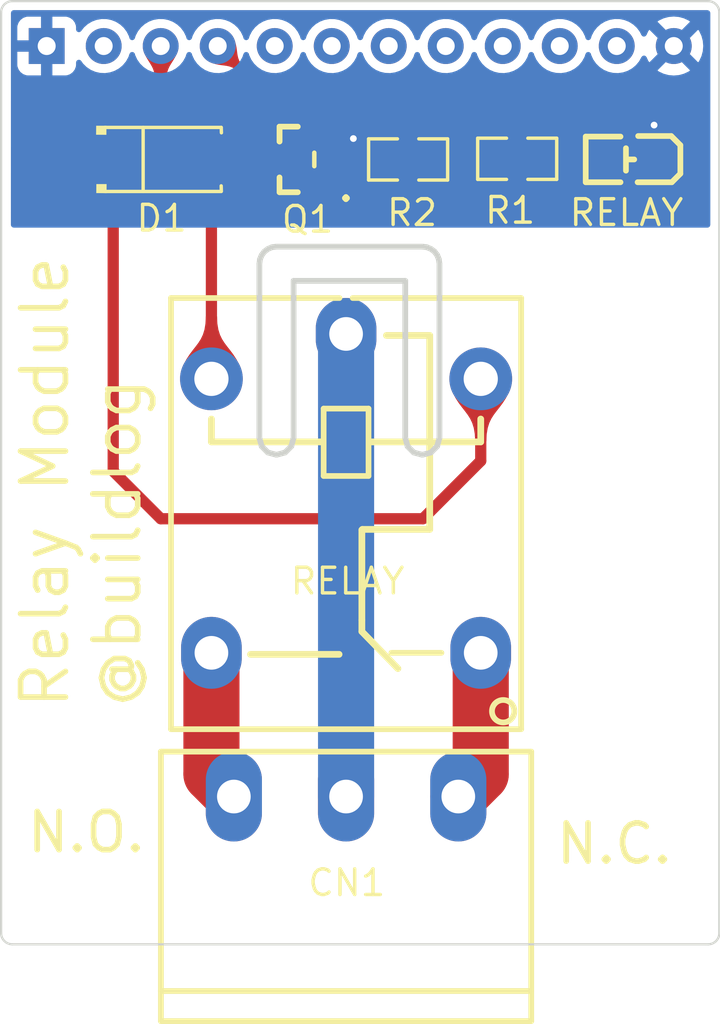
<source format=kicad_pcb>
(kicad_pcb (version 20211014) (generator pcbnew)
  (layers (0 "F.Cu" signal) (31 "B.Cu" signal) (34 "B.Paste" user) (35 "F.Paste" user) (36 "B.SilkS" user "B.Silkscreen") (37 "F.SilkS" user "F.Silkscreen") (38 "B.Mask" user) (39 "F.Mask" user) (44 "Edge.Cuts" user))
  (net 0 "")
  (net 1 "R1_1")
  (net 2 "RLY1_1")
  (net 3 "+5V")
  (net 4 "R2_1")
  (net 5 "GND")
  (net 6 "Q1_1")
  (net 7 "RLY1_5")
  (net 8 "RLY1_3")
  (net 9 "RLY1_2")
  (footprint "easyeda:CONN-TH_XY2500R-B-5.00-3P" (layer "F.Cu") (at 139.476 103.3)
    (fp_text reference "CN1" (at -1.786 3.84) (layer "F.SilkS") (effects (font (size 1.143 1.143) (thickness 0.152)) (justify left)))
    (fp_text value "XY2500R-B-5.00-3P" hide)
    (fp_line (start -8.25 -2) (end 8.25 -2) (layer "F.SilkS") (width 0.254))
    (fp_line (start -8.25 -2) (end -8.25 10) (layer "F.SilkS") (width 0.254))
    (fp_line (start -8.25 8.66) (end 8.25 8.66) (layer "F.SilkS") (width 0.254))
    (fp_line (start 8.25 -2) (end 8.25 10) (layer "F.SilkS") (width 0.254))
    (fp_line (start -8.25 10) (end 8.25 10) (layer "F.SilkS") (width 0.254))
    (pad "1" thru_hole oval (at -5 0) (size 2.5 4) (drill 1.5) (layers *.Cu *.Mask) (net 9 "RLY1_2"))
    (pad "2" thru_hole oval (at 0 0) (size 2.5 4) (drill 1.5) (layers *.Cu *.Mask) (net 7 "RLY1_5"))
    (pad "3" thru_hole oval (at 5 0) (size 2.5 4) (drill 1.5) (layers *.Cu *.Mask) (net 8 "RLY1_3"))
  )
  (footprint "easyeda:TO-236-3_L2.9-W1.3-P1.90-LS2.4-BR" (layer "F.Cu") (at 137.16 74.93)
    (fp_text reference "Q1" (at 1.84 2.67 180) (layer "F.SilkS") (effects (font (size 1.143 1.143) (thickness 0.152)) (justify right)))
    (fp_text value "MMBT9014B" hide)
    (fp_text user "." (at 2.31 1.32 unlocked) (layer "F.SilkS") (effects (font (thickness 0.25))))
    (fp_line (start -0.65 -1.46) (end 0.165 -1.46) (layer "F.SilkS") (width 0.254))
    (fp_line (start -0.65 1.46) (end -0.65 0.8) (layer "F.SilkS") (width 0.254))
    (fp_line (start 0.165 1.46) (end -0.65 1.46) (layer "F.SilkS") (width 0.254))
    (fp_line (start -0.65 -0.8) (end -0.65 -1.46) (layer "F.SilkS") (width 0.254))
    (fp_line (start -0.65 -1.46) (end -0.65 -0.8) (layer "F.SilkS") (width 0.254))
    (fp_line (start 0.9 0.3) (end 0.9 -0.3) (layer "F.SilkS") (width 0.2))
    (fp_line (start -0.65 -0.8) (end -0.65 -1.46) (layer "F.SilkS") (width 0.254))
    (pad "1" smd rect (at 1.25 0.95 270) (size 0.7 1.25) (layers "F.Cu" "F.Paste" "F.Mask") (net 6 "Q1_1"))
    (pad "2" smd rect (at 1.25 -0.95 270) (size 0.7 1.25) (layers "F.Cu" "F.Paste" "F.Mask") (net 5 "GND"))
    (pad "3" smd rect (at -1.25 0 270) (size 0.7 1.25) (layers "F.Cu" "F.Paste" "F.Mask") (net 2 "RLY1_1"))
  )
  (footprint "easyeda:R0805" (layer "F.Cu") (at 142.24 74.93 180)
    (fp_text reference "R2" (at 1.04 -2.37 180) (layer "F.SilkS") (effects (font (size 1.143 1.143) (thickness 0.152)) (justify left)))
    (fp_text value "1kΩ" hide)
    (fp_line (start -1.761 -0.917) (end -0.476 -0.917) (layer "F.SilkS") (width 0.152))
    (fp_line (start 1.761 0.917) (end 1.761 -0.917) (layer "F.SilkS") (width 0.152))
    (fp_line (start 0.476 0.917) (end 1.761 0.917) (layer "F.SilkS") (width 0.152))
    (fp_line (start -1.761 0.917) (end -1.761 -0.917) (layer "F.SilkS") (width 0.152))
    (fp_line (start -0.476 0.917) (end -1.761 0.917) (layer "F.SilkS") (width 0.152))
    (fp_line (start 1.761 -0.917) (end 0.476 -0.917) (layer "F.SilkS") (width 0.152))
    (pad "1" smd rect locked (at -0.966 0 180) (size 1.133 1.377) (layers "F.Cu" "F.Paste" "F.Mask") (net 4 "R2_1"))
    (pad "2" smd rect locked (at 0.966 0 180) (size 1.133 1.377) (layers "F.Cu" "F.Paste" "F.Mask") (net 6 "Q1_1"))
  )
  (footprint "easyeda:SMA_L4.3-W2.6-LS5.2-RD" (layer "F.Cu") (at 131.318 74.93)
    (fp_text reference "D1" (at 1.152 2.62 180) (layer "F.SilkS") (effects (font (size 1.143 1.143) (thickness 0.152)) (justify right)))
    (fp_text value "B340A" hide)
    (fp_line (start -0.884 -1.426) (end -0.884 1.426) (layer "F.SilkS") (width 0.152))
    (fp_line (start -2.596 -1.426) (end 2.596 -1.426) (layer "F.SilkS") (width 0.152))
    (fp_line (start 2.593 1.176) (end 2.6 1.415) (layer "F.SilkS") (width 0.152))
    (fp_line (start -2.596 1.426) (end 2.596 1.426) (layer "F.SilkS") (width 0.152))
    (fp_line (start 2.596 -1.426) (end 2.603 -1.187) (layer "F.SilkS") (width 0.152))
    (fp_poly (pts (xy -2.512 1.096) (xy -2.513 1.503) (xy -2.973 1.498) (xy -2.969 1.096)) (layer "F.SilkS") (width 0) (fill solid))
    (fp_poly (pts (xy -2.52 -1.502) (xy -2.521 -1.096) (xy -2.981 -1.1) (xy -2.977 -1.502)) (layer "F.SilkS") (width 0) (fill solid))
    (pad "1" smd rect locked (at -2.2 0 180) (size 2 2) (layers "F.Cu" "F.Paste" "F.Mask") (net 3 "+5V"))
    (pad "2" smd rect locked (at 2.2 0 180) (size 2 2) (layers "F.Cu" "F.Paste" "F.Mask") (net 2 "RLY1_1"))
  )
  (footprint "easyeda:LED0805-R-RD" (layer "F.Cu") (at 152.146 74.93 180)
    (fp_text reference "RELAY" (at -2.454 -2.37 180) (layer "F.SilkS") (effects (font (size 1.143 1.143) (thickness 0.152)) (justify right)))
    (fp_text value "SZYY0805G" hide)
    (fp_line (start 0.1 0) (end -0.169 0) (layer "F.SilkS") (width 0.254))
    (fp_line (start 1.993 -1.015) (end 0.443 -1.015) (layer "F.SilkS") (width 0.254))
    (fp_line (start 1.993 1.017) (end 1.993 -1.015) (layer "F.SilkS") (width 0.254))
    (fp_line (start 0.443 1.017) (end 1.993 1.017) (layer "F.SilkS") (width 0.254))
    (fp_line (start -1.843 -1.015) (end -0.319 -1.015) (layer "F.SilkS") (width 0.254))
    (fp_line (start -2.224 0.636) (end -2.224 -0.634) (layer "F.SilkS") (width 0.254))
    (fp_line (start -0.344 1.043) (end -1.817 1.043) (layer "F.SilkS") (width 0.254))
    (fp_line (start -1.817 1.043) (end -2.224 0.636) (layer "F.SilkS") (width 0.254))
    (fp_line (start -2.224 -0.634) (end -1.843 -1.015) (layer "F.SilkS") (width 0.254))
    (fp_line (start 0.2 -0.5) (end 0.2 0.5) (layer "F.SilkS") (width 0.254))
    (pad "1" smd rect locked (at 1.05 0) (size 1 1.4) (layers "F.Cu" "F.Paste" "F.Mask") (net 1 "R1_1"))
    (pad "2" smd rect locked (at -1.05 0) (size 1 1.4) (layers "F.Cu" "F.Paste" "F.Mask") (net 5 "GND"))
  )
  (footprint "easyeda:6 PACK MODULE PCB BOTTOM_3D" (layer "F.Cu") (at 154.076 69.88)
    (fp_text reference "MOD1" hide)
    (fp_text value "6 Pack Module Pins Bottom 3D" hide)
    (fp_line (start 1.53 -2) (end -29.47 -2) (layer "Edge.Cuts") (width 0.1))
    (fp_line (start -29.47 40) (end 1.53 40) (layer "Edge.Cuts") (width 0.1))
    (fp_line (start 2.03 39.5) (end 2.03 -1.5) (layer "Edge.Cuts") (width 0.1))
    (fp_line (start -29.97 -1.5) (end -29.97 39.5) (layer "Edge.Cuts") (width 0.1))
    (fp_arc (start 1.53 -2) (mid 1.883553 -1.853553) (end 2.03 -1.5) (layer "Edge.Cuts") (width 0.1))
    (fp_arc (start -29.47 40) (mid -29.823553 39.853553) (end -29.97 39.5) (layer "Edge.Cuts") (width 0.1))
    (fp_arc (start 2.03 39.5) (mid 1.883553 39.853553) (end 1.53 40) (layer "Edge.Cuts") (width 0.1))
    (fp_arc (start -29.97 -1.5) (mid -29.823553 -1.853553) (end -29.47 -2) (layer "Edge.Cuts") (width 0.1))
    (pad "" np_thru_hole circle (at -1.47 29) (size 3.5 3.5) (drill 3.5) (layers *.Cu *.Mask))
    (pad "1" thru_hole rect (at -27.94 0) (size 1.6 1.6) (drill 0.8) (layers *.Cu *.Mask) (net 5 "GND"))
    (pad "2" thru_hole circle (at -25.4 0) (size 1.6 1.6) (drill 0.8) (layers *.Cu *.Mask))
    (pad "3" thru_hole circle (at -22.86 0) (size 1.6 1.6) (drill 0.8) (layers *.Cu *.Mask) (net 3 "+5V"))
    (pad "4" thru_hole circle (at -20.32 0) (size 1.6 1.6) (drill 0.8) (layers *.Cu *.Mask) (net 4 "R2_1"))
    (pad "5" thru_hole circle (at -17.78 0) (size 1.6 1.6) (drill 0.8) (layers *.Cu *.Mask))
    (pad "6" thru_hole circle (at -15.24 0) (size 1.6 1.6) (drill 0.8) (layers *.Cu *.Mask))
    (pad "7" thru_hole circle (at -12.7 0) (size 1.6 1.6) (drill 0.8) (layers *.Cu *.Mask))
    (pad "8" thru_hole circle (at -10.16 0) (size 1.6 1.6) (drill 0.8) (layers *.Cu *.Mask))
    (pad "9" thru_hole circle (at -7.62 0) (size 1.6 1.6) (drill 0.8) (layers *.Cu *.Mask))
    (pad "10" thru_hole circle (at -5.08 0) (size 1.6 1.6) (drill 0.8) (layers *.Cu *.Mask))
    (pad "11" thru_hole circle (at -2.54 0) (size 1.6 1.6) (drill 0.8) (layers *.Cu *.Mask))
    (pad "12" thru_hole circle (at 0 0) (size 1.6 1.6) (drill 0.8) (layers *.Cu *.Mask) (net 5 "GND"))
  )
  (footprint "easyeda:R0805" (layer "F.Cu") (at 147.1 74.9 180)
    (fp_text reference "R1" (at -0.9 -2.3 180) (layer "F.SilkS") (effects (font (size 1.143 1.143) (thickness 0.152)) (justify right)))
    (fp_text value "2kΩ" hide)
    (fp_line (start -0.476 0.917) (end -1.761 0.917) (layer "F.SilkS") (width 0.152))
    (fp_line (start 1.761 0.917) (end 1.761 -0.917) (layer "F.SilkS") (width 0.152))
    (fp_line (start -1.761 0.917) (end -1.761 -0.917) (layer "F.SilkS") (width 0.152))
    (fp_line (start 0.476 0.917) (end 1.761 0.917) (layer "F.SilkS") (width 0.152))
    (fp_line (start 1.761 -0.917) (end 0.476 -0.917) (layer "F.SilkS") (width 0.152))
    (fp_line (start -1.761 -0.917) (end -0.476 -0.917) (layer "F.SilkS") (width 0.152))
    (pad "1" smd rect locked (at -0.966 0 180) (size 1.133 1.377) (layers "F.Cu" "F.Paste" "F.Mask") (net 1 "R1_1"))
    (pad "2" smd rect locked (at 0.966 0 180) (size 1.133 1.377) (layers "F.Cu" "F.Paste" "F.Mask") (net 4 "R2_1"))
  )
  (footprint "easyeda:RELAY-TH_SRD-XXVDC-XL-C" (layer "F.Cu") (at 139.476 89.8 -90)
    (fp_text reference "RELAY" (at 3.91 2.566) (layer "F.SilkS") (effects (font (size 1.143 1.143) (thickness 0.152)) (justify left)))
    (fp_text value "SRD-05VDC-SL-C" hide)
    (fp_line (start -3.775 1) (end -3.775 -1) (layer "F.SilkS") (width 0.254))
    (fp_line (start 7.099 -4.247) (end 7.099 -2.019) (layer "F.SilkS") (width 0.254))
    (fp_line (start -8.699 0.295) (end -8.699 7.8) (layer "F.SilkS") (width 0.254))
    (fp_line (start 10.501 -7.8) (end -8.699 -7.8) (layer "F.SilkS") (width 0.254))
    (fp_line (start -0.775 -1) (end -0.775 1) (layer "F.SilkS") (width 0.254))
    (fp_line (start 7.168 4.257) (end 7.168 0.312) (layer "F.SilkS") (width 0.3))
    (fp_line (start -2.292 -1.051) (end -2.292 -6) (layer "F.SilkS") (width 0.3))
    (fp_line (start -2.292 6) (end -2.292 1.051) (layer "F.SilkS") (width 0.3))
    (fp_line (start -0.775 1) (end -3.775 1) (layer "F.SilkS") (width 0.254))
    (fp_line (start -2.292 6) (end -3.31 6) (layer "F.SilkS") (width 0.3))
    (fp_line (start -7.032 -3.727) (end 1.604 -3.727) (layer "F.SilkS") (width 0.3))
    (fp_line (start 6.15 -0.701) (end 7.801 -2.309) (layer "F.SilkS") (width 0.3))
    (fp_line (start 1.604 -0.727) (end 1.628 -0.703) (layer "F.SilkS") (width 0.3))
    (fp_line (start 5.644 -0.703) (end 6.152 -0.703) (layer "F.SilkS") (width 0.3))
    (fp_line (start 1.604 -3.727) (end 1.604 -0.727) (layer "F.SilkS") (width 0.3))
    (fp_line (start -8.699 -7.8) (end -8.699 -0.295) (layer "F.SilkS") (width 0.254))
    (fp_line (start 10.501 7.8) (end 10.501 -7.8) (layer "F.SilkS") (width 0.254))
    (fp_line (start 10.501 7.8) (end -8.699 7.8) (layer "F.SilkS") (width 0.254))
    (fp_line (start -7.032 -1.8) (end -7.032 -3.727) (layer "F.SilkS") (width 0.3))
    (fp_line (start 1.628 -0.703) (end 5.644 -0.703) (layer "F.SilkS") (width 0.3))
    (fp_line (start -3.775 -1) (end -0.775 -1) (layer "F.SilkS") (width 0.254))
    (fp_line (start -2.292 -6) (end -3.31 -6) (layer "F.SilkS") (width 0.3))
    (fp_circle (center 9.7 -7) (end 10.2 -7) (layer "F.SilkS") (width 0.254) (fill none))
    (pad "1" thru_hole circle locked (at -5.1 6 90) (size 2.794 2.794) (drill 1.524) (layers *.Cu *.Paste *.Mask) (net 2 "RLY1_1"))
    (pad "2" thru_hole oval locked (at 7.1 6 90) (size 3.2 2.7) (drill 1.5) (layers *.Cu *.Mask) (net 9 "RLY1_2"))
    (pad "3" thru_hole oval locked (at 7.1 -5.999 90) (size 3.2 2.7) (drill 1.5) (layers *.Cu *.Mask) (net 8 "RLY1_3"))
    (pad "4" thru_hole circle locked (at -5.1 -6 90) (size 2.794 2.794) (drill 1.524) (layers *.Cu *.Paste *.Mask) (net 3 "+5V"))
    (pad "5" thru_hole oval locked (at -7.1 0 90) (size 3.2 2.7) (drill 1.5) (layers *.Cu *.Mask) (net 7 "RLY1_5"))
  )
  (gr_line locked (start 135.613 87.321) (end 135.715 87.702) (layer "Edge.Cuts") (width 0.254))
  (gr_line locked (start 137.137 80.336) (end 142.113 80.336) (layer "Edge.Cuts") (width 0.254))
  (gr_line locked (start 135.613 79.574) (end 135.613 87.321) (layer "Edge.Cuts") (width 0.254))
  (gr_line locked (start 136.756 87.981) (end 137.036 87.702) (layer "Edge.Cuts") (width 0.254))
  (gr_line locked (start 143.533 87.702) (end 143.637 87.321) (layer "Edge.Cuts") (width 0.254))
  (gr_line locked (start 143.414 79.033) (end 143.256 78.914) (layer "Edge.Cuts") (width 0.254))
  (gr_line locked (start 137.036 87.702) (end 137.137 87.321) (layer "Edge.Cuts") (width 0.254))
  (gr_line locked (start 142.113 87.321) (end 142.215 87.702) (layer "Edge.Cuts") (width 0.254))
  (gr_line locked (start 143.535 79.19) (end 143.414 79.033) (layer "Edge.Cuts") (width 0.254))
  (gr_line locked (start 135.715 79.193) (end 135.639 79.376) (layer "Edge.Cuts") (width 0.254))
  (gr_line locked (start 135.994 78.914) (end 135.837 79.033) (layer "Edge.Cuts") (width 0.254))
  (gr_line locked (start 142.113 80.336) (end 142.113 87.321) (layer "Edge.Cuts") (width 0.254))
  (gr_line locked (start 135.639 79.376) (end 135.613 79.574) (layer "Edge.Cuts") (width 0.254))
  (gr_line locked (start 143.637 79.574) (end 143.609 79.376) (layer "Edge.Cuts") (width 0.254))
  (gr_line locked (start 143.256 87.981) (end 143.533 87.702) (layer "Edge.Cuts") (width 0.254))
  (gr_line locked (start 143.071 78.837) (end 142.875 78.812) (layer "Edge.Cuts") (width 0.254))
  (gr_line locked (start 142.215 87.702) (end 142.494 87.981) (layer "Edge.Cuts") (width 0.254))
  (gr_line locked (start 142.494 87.981) (end 142.875 88.083) (layer "Edge.Cuts") (width 0.254))
  (gr_line locked (start 135.715 87.702) (end 135.994 87.981) (layer "Edge.Cuts") (width 0.254))
  (gr_line locked (start 135.994 87.981) (end 136.375 88.083) (layer "Edge.Cuts") (width 0.254))
  (gr_line locked (start 142.875 88.083) (end 143.256 87.981) (layer "Edge.Cuts") (width 0.254))
  (gr_line locked (start 136.375 78.812) (end 136.177 78.837) (layer "Edge.Cuts") (width 0.254))
  (gr_line locked (start 142.875 78.812) (end 136.375 78.812) (layer "Edge.Cuts") (width 0.254))
  (gr_line locked (start 143.256 78.914) (end 143.071 78.837) (layer "Edge.Cuts") (width 0.254))
  (gr_line locked (start 136.177 78.837) (end 135.994 78.914) (layer "Edge.Cuts") (width 0.254))
  (gr_line locked (start 136.375 88.083) (end 136.756 87.981) (layer "Edge.Cuts") (width 0.254))
  (gr_line locked (start 137.137 87.321) (end 137.137 80.336) (layer "Edge.Cuts") (width 0.254))
  (gr_line locked (start 143.609 79.376) (end 143.535 79.19) (layer "Edge.Cuts") (width 0.254))
  (gr_line locked (start 143.637 87.321) (end 143.637 79.574) (layer "Edge.Cuts") (width 0.254))
  (gr_line locked (start 135.837 79.033) (end 135.715 79.193) (layer "Edge.Cuts") (width 0.254))
  (gr_text "N.C." (at 151.43 105.4) (layer "F.SilkS") (effects (font (size 1.7 1.7) (thickness 0.25))))
  (gr_text "Relay Module\n@buildlog" (at 127.67 99.51 90) (layer "F.SilkS") (effects (font (size 2 2) (thickness 0.25)) (justify left)))
  (gr_text "N.O." (at 127.9 104.89) (layer "F.SilkS") (effects (font (size 1.7 1.7) (thickness 0.25))))
  (segment (start 148.096 74.93) (end 151.096 74.93) (width 0.3) (layer "F.Cu") (net 1))
  (segment (start 148.066 74.9) (end 148.096 74.93) (width 0.3) (layer "F.Cu") (net 1))
  (segment (start 133.476 84.7) (end 133.476 74.972) (width 0.5) (layer "F.Cu") (net 2))
  (segment (start 133.518 74.93) (end 135.91 74.93) (width 0.5) (layer "F.Cu") (net 2))
  (segment (start 133.476 74.972) (end 133.518 74.93) (width 0.5) (layer "F.Cu") (net 2))
  (segment (start 131.216 72.809) (end 131.216 69.88) (width 0.5) (layer "F.Cu") (net 3))
  (segment (start 129.118 74.93) (end 129.1 74.948) (width 0.5) (layer "F.Cu") (net 3))
  (segment (start 131.22 90.93) (end 142.9 90.93) (width 0.5) (layer "F.Cu") (net 3))
  (segment (start 129.1 88.81) (end 131.22 90.93) (width 0.5) (layer "F.Cu") (net 3))
  (segment (start 129.118 74.907) (end 131.216 72.809) (width 0.5) (layer "F.Cu") (net 3))
  (segment (start 145.476 88.354) (end 145.476 84.7) (width 0.5) (layer "F.Cu") (net 3))
  (segment (start 129.1 74.948) (end 129.1 88.81) (width 0.5) (layer "F.Cu") (net 3))
  (segment (start 142.9 90.93) (end 145.476 88.354) (width 0.5) (layer "F.Cu") (net 3))
  (segment (start 129.118 74.93) (end 129.118 74.907) (width 0.5) (layer "F.Cu") (net 3))
  (segment (start 140.4 72) (end 135.876 72) (width 0.3) (layer "F.Cu") (net 4))
  (segment (start 143.206 74.806) (end 140.4 72) (width 0.3) (layer "F.Cu") (net 4))
  (segment (start 146.104 74.93) (end 146.134 74.9) (width 0.3) (layer "F.Cu") (net 4))
  (segment (start 143.206 74.93) (end 143.206 74.806) (width 0.3) (layer "F.Cu") (net 4))
  (segment (start 143.206 74.93) (end 146.104 74.93) (width 0.3) (layer "F.Cu") (net 4))
  (segment (start 135.876 72) (end 133.756 69.88) (width 0.3) (layer "F.Cu") (net 4))
  (segment (start 139.8 74) (end 139.78 73.98) (width 0.5) (layer "F.Cu") (net 5))
  (segment (start 153.196 74.93) (end 153.196 73.404) (width 0.3) (layer "F.Cu") (net 5))
  (segment (start 153.196 73.404) (end 153.2 73.4) (width 0.3) (layer "F.Cu") (net 5))
  (segment (start 139.78 73.98) (end 138.41 73.98) (width 0.5) (layer "F.Cu") (net 5))
  (via (at 139.8 74) (size 0.6) (drill 0.3) (layers "F.Cu" "B.Cu") (net 5))
  (via (at 153.2 73.4) (size 0.6) (drill 0.3) (layers "F.Cu" "B.Cu") (net 5))
  (segment (start 140.42 75.88) (end 141.274 75.026) (width 0.3) (layer "F.Cu") (net 6))
  (segment (start 141.274 75.026) (end 141.274 74.93) (width 0.3) (layer "F.Cu") (net 6))
  (segment (start 138.41 75.88) (end 140.42 75.88) (width 0.3) (layer "F.Cu") (net 6))
  (segment (start 139.476 82.7) (end 139.476 103.3) (width 2.5) (layer "B.Cu") (net 7))
  (segment (start 145.475 102.3) (end 144.476 103.3) (width 2.5) (layer "F.Cu") (net 8))
  (segment (start 145.475 96.9) (end 145.475 102.3) (width 2.5) (layer "F.Cu") (net 8))
  (segment (start 133.477 102.3) (end 134.476 103.3) (width 2.5) (layer "F.Cu") (net 9))
  (segment (start 133.477 96.9) (end 133.477 102.3) (width 2.5) (layer "F.Cu") (net 9))
  (zone (net 1) (net_name "R1_1") (layer "F.Cu") (priority 16962) (connect_pads yes (clearance 0)) (min_thickness 0.0254) (fill yes (thermal_gap 0.508) (thermal_bridge_width 0.508))
    (polygon (pts (xy 149.2025 74.78) (xy 149.073556 74.774767) (xy 148.966162 74.759722) (xy 148.875789 74.735845) (xy 148.79791 74.704119) (xy 148.727995 74.665523) (xy 148.661516 74.621039) (xy 148.593944 74.571647) (xy 148.520751 74.518328) (xy 148.437408 74.462063) (xy 148.339387 74.403834) (xy 147.783142 74.885113) (xy 148.285793 75.422123) (xy 148.392919 75.372692) (xy 148.483762 75.323567) (xy 148.563141 75.275901) (xy 148.635872 75.230848) (xy 148.706776 75.189562) (xy 148.780668 75.153196) (xy 148.862369 75.122903) (xy 148.956696 75.099837) (xy 149.068466 75.085151) (xy 149.2025 75.08)))
  )
  (zone (net 2) (net_name "RLY1_1") (layer "F.Cu") (priority 16962) (connect_pads yes (clearance 0)) (min_thickness 0.0254) (fill yes (thermal_gap 0.508) (thermal_bridge_width 0.508))
    (polygon (pts (xy 135.508 74.68) (xy 135.277548 74.670391) (xy 135.086006 74.642946) (xy 134.925034 74.599737) (xy 134.786297 74.542838) (xy 134.661456 74.474321) (xy 134.542174 74.396257) (xy 134.420113 74.310721) (xy 134.286937 74.219784) (xy 134.134308 74.12552) (xy 133.953889 74.03) (xy 133.018 74.93) (xy 133.953889 75.83) (xy 134.134308 75.734479) (xy 134.286937 75.640215) (xy 134.420113 75.549278) (xy 134.542174 75.463742) (xy 134.661456 75.385678) (xy 134.786297 75.317161) (xy 134.925034 75.260262) (xy 135.086006 75.217053) (xy 135.277548 75.189608) (xy 135.508 75.18)))
  )
  (zone (net 2) (net_name "RLY1_1") (layer "F.Cu") (priority 16962) (connect_pads yes (clearance 0)) (min_thickness 0.0254) (fill yes (thermal_gap 0.508) (thermal_bridge_width 0.508))
    (polygon (pts (xy 135.22 75.18) (xy 135.296547 75.179749) (xy 135.364632 75.179397) (xy 135.425528 75.179545) (xy 135.480507 75.180793) (xy 135.530843 75.183741) (xy 135.577809 75.188989) (xy 135.622679 75.197139) (xy 135.666725 75.20879) (xy 135.71122 75.224544) (xy 135.757439 75.245) (xy 136.085 74.93) (xy 135.757439 74.615) (xy 135.71122 74.635455) (xy 135.666725 74.651209) (xy 135.622679 74.66286) (xy 135.577809 74.67101) (xy 135.530843 74.676258) (xy 135.480507 74.679206) (xy 135.425528 74.680454) (xy 135.364632 74.680602) (xy 135.296547 74.68025) (xy 135.22 74.68)))
  )
  (zone (net 4) (net_name "R2_1") (layer "F.Cu") (priority 16962) (connect_pads yes (clearance 0)) (min_thickness 0.0254) (fill yes (thermal_gap 0.508) (thermal_bridge_width 0.508))
    (polygon (pts (xy 144.3325 74.78) (xy 144.202382 74.774755) (xy 144.094031 74.759754) (xy 144.002796 74.736093) (xy 143.92403 74.704869) (xy 143.853084 74.66718) (xy 143.785308 74.624122) (xy 143.716053 74.576793) (xy 143.640671 74.52629) (xy 143.554513 74.47371) (xy 143.452931 74.42015) (xy 142.92275 74.93) (xy 143.452931 75.43985) (xy 143.554513 75.386289) (xy 143.640671 75.333709) (xy 143.716053 75.283206) (xy 143.785308 75.235877) (xy 143.853084 75.192819) (xy 143.92403 75.15513) (xy 144.002796 75.123906) (xy 144.094031 75.100245) (xy 144.202382 75.085244) (xy 144.3325 75.08)))
  )
  (zone (net 3) (net_name "+5V") (layer "F.Cu") (priority 16962) (connect_pads yes (clearance 0)) (min_thickness 0.0254) (fill yes (thermal_gap 0.508) (thermal_bridge_width 0.508))
    (polygon (pts (xy 131.466 71.47) (xy 131.472485 71.287759) (xy 131.491148 71.135065) (xy 131.520799 71.00568) (xy 131.560246 70.893367) (xy 131.6083 70.791889) (xy 131.66377 70.695009) (xy 131.725465 70.596488) (xy 131.792195 70.49009) (xy 131.86277 70.369576) (xy 131.936 70.228711) (xy 131.216 69.48) (xy 130.496 70.228711) (xy 130.569229 70.369576) (xy 130.639804 70.49009) (xy 130.706534 70.596488) (xy 130.768229 70.695009) (xy 130.823699 70.791889) (xy 130.871753 70.893367) (xy 130.9112 71.00568) (xy 130.940851 71.135065) (xy 130.959514 71.287759) (xy 130.966 71.47)))
  )
  (zone (net 6) (net_name "Q1_1") (layer "F.Cu") (priority 16962) (connect_pads yes (clearance 0)) (min_thickness 0.0254) (fill yes (thermal_gap 0.508) (thermal_bridge_width 0.508))
    (polygon (pts (xy 140.625938 75.886195) (xy 140.726566 75.79276) (xy 140.817763 75.721945) (xy 140.902147 75.66933) (xy 140.982337 75.630493) (xy 141.060954 75.601015) (xy 141.140617 75.576474) (xy 141.223944 75.55245) (xy 141.313556 75.524522) (xy 141.412072 75.488271) (xy 141.522111 75.439276) (xy 141.449099 74.707356) (xy 140.720592 74.808918) (xy 140.700169 74.918511) (xy 140.687295 75.016489) (xy 140.678286 75.105283) (xy 140.669455 75.187327) (xy 140.657116 75.265054) (xy 140.637584 75.340895) (xy 140.607172 75.417283) (xy 140.562196 75.496652) (xy 140.498969 75.581434) (xy 140.413805 75.674062)))
  )
  (zone (net 4) (net_name "R2_1") (layer "F.Cu") (priority 16962) (connect_pads yes (clearance 0)) (min_thickness 0.0254) (fill yes (thermal_gap 0.508) (thermal_bridge_width 0.508))
    (polygon (pts (xy 134.986365 70.898233) (xy 134.861031 70.760296) (xy 134.770425 70.633901) (xy 134.708014 70.51554) (xy 134.667263 70.401708) (xy 134.641637 70.288899) (xy 134.624603 70.173605) (xy 134.609625 70.05232) (xy 134.590171 69.921539) (xy 134.559704 69.777754) (xy 134.511693 69.61746) (xy 133.473158 69.597158) (xy 133.49346 70.635693) (xy 133.653754 70.683704) (xy 133.797539 70.714171) (xy 133.92832 70.733625) (xy 134.049605 70.748603) (xy 134.164899 70.765637) (xy 134.277708 70.791263) (xy 134.39154 70.832014) (xy 134.509901 70.894425) (xy 134.636296 70.985031) (xy 134.774233 71.110365)))
  )
  (zone (net 4) (net_name "R2_1") (layer "F.Cu") (priority 16962) (connect_pads yes (clearance 0)) (min_thickness 0.0254) (fill yes (thermal_gap 0.508) (thermal_bridge_width 0.508))
    (polygon (pts (xy 144.9975 75.08) (xy 145.131533 75.085151) (xy 145.243303 75.099837) (xy 145.33763 75.122903) (xy 145.419331 75.153196) (xy 145.493223 75.189562) (xy 145.564127 75.230848) (xy 145.636858 75.275901) (xy 145.716237 75.323567) (xy 145.80708 75.372692) (xy 145.914207 75.422123) (xy 146.416858 74.885113) (xy 145.860613 74.403834) (xy 145.762591 74.462063) (xy 145.679248 74.518328) (xy 145.606055 74.571647) (xy 145.538483 74.621039) (xy 145.472004 74.665523) (xy 145.402089 74.704119) (xy 145.32421 74.735845) (xy 145.233837 74.759722) (xy 145.126443 74.774767) (xy 144.9975 74.78)))
  )
  (zone (net 3) (net_name "+5V") (layer "F.Cu") (priority 16962) (connect_pads yes (clearance 0)) (min_thickness 0.0254) (fill yes (thermal_gap 0.508) (thermal_bridge_width 0.508))
    (polygon (pts (xy 130.348365 73.323082) (xy 130.176211 73.481783) (xy 130.019389 73.600201) (xy 129.873381 73.68578) (xy 129.73367 73.745966) (xy 129.595736 73.788206) (xy 129.455062 73.819945) (xy 129.30713 73.848629) (xy 129.147421 73.881704) (xy 128.971418 73.926615) (xy 128.774603 73.99081) (xy 128.770207 75.28922) (xy 130.067796 75.242867) (xy 130.125089 75.046146) (xy 130.164362 74.870274) (xy 130.192882 74.710774) (xy 130.217918 74.56317) (xy 130.246735 74.422983) (xy 130.286602 74.285738) (xy 130.344787 74.146957) (xy 130.428556 74.002164) (xy 130.545177 73.846882) (xy 130.701918 73.676635)))
  )
  (zone (net 5) (net_name "GND") (layer "F.Cu") (priority 16962) (connect_pads yes (clearance 0)) (min_thickness 0.0254) (fill yes (thermal_gap 0.508) (thermal_bridge_width 0.508))
    (polygon (pts (xy 139.1 73.73) (xy 139.023452 73.73025) (xy 138.955367 73.730602) (xy 138.894471 73.730454) (xy 138.839492 73.729206) (xy 138.789156 73.726258) (xy 138.74219 73.72101) (xy 138.69732 73.71286) (xy 138.653274 73.701209) (xy 138.608779 73.685455) (xy 138.562561 73.665) (xy 138.235 73.98) (xy 138.562561 74.295) (xy 138.608779 74.274544) (xy 138.653274 74.25879) (xy 138.69732 74.247139) (xy 138.74219 74.238989) (xy 138.789156 74.233741) (xy 138.839492 74.230793) (xy 138.894471 74.229545) (xy 138.955367 74.229397) (xy 139.023452 74.229749) (xy 139.1 74.23)))
  )
  (zone (net 5) (net_name "GND") (layer "F.Cu") (priority 16962) (connect_pads yes (clearance 0)) (min_thickness 0.0254) (fill yes (thermal_gap 0.508) (thermal_bridge_width 0.508))
    (polygon (pts (xy 153.346 73.994) (xy 153.34712 73.927945) (xy 153.350525 73.871225) (xy 153.356285 73.822015) (xy 153.364465 73.778488) (xy 153.375135 73.738818) (xy 153.388361 73.70118) (xy 153.404213 73.663748) (xy 153.422757 73.624696) (xy 153.444062 73.582197) (xy 153.468196 73.534427) (xy 153.20204 73.250014) (xy 152.928247 73.527081) (xy 152.951371 73.576052) (xy 152.971824 73.619526) (xy 152.989663 73.659375) (xy 153.004944 73.69747) (xy 153.01772 73.735681) (xy 153.028049 73.775882) (xy 153.035986 73.819942) (xy 153.041586 73.869735) (xy 153.044905 73.92713) (xy 153.046 73.994)))
  )
  (zone (net 2) (net_name "RLY1_1") (layer "F.Cu") (priority 16962) (connect_pads yes (clearance 0)) (min_thickness 0.0254) (fill yes (thermal_gap 0.508) (thermal_bridge_width 0.508))
    (polygon (pts (xy 133.726 76.932) (xy 133.735594 76.703461) (xy 133.763106 76.51351) (xy 133.806623 76.353981) (xy 133.864236 76.216708) (xy 133.934035 76.093527) (xy 134.014109 75.976271) (xy 134.102549 75.856776) (xy 134.197443 75.726875) (xy 134.296881 75.578404) (xy 134.398955 75.403198) (xy 133.538939 74.430439) (xy 132.600535 75.327816) (xy 132.690174 75.51583) (xy 132.77956 75.674865) (xy 132.866531 75.813489) (xy 132.948923 75.940267) (xy 133.024573 76.06377) (xy 133.091319 76.192563) (xy 133.146997 76.335215) (xy 133.189446 76.500293) (xy 133.216501 76.696365) (xy 133.226 76.932)))
  )
  (zone (net 4) (net_name "R2_1") (layer "F.Cu") (priority 16962) (connect_pads yes (clearance 0)) (min_thickness 0.0254) (fill yes (thermal_gap 0.508) (thermal_bridge_width 0.508))
    (polygon (pts (xy 142.359947 74.17208) (xy 142.444066 74.263689) (xy 142.506369 74.347672) (xy 142.550433 74.42642) (xy 142.579837 74.502327) (xy 142.598159 74.577783) (xy 142.608977 74.655182) (xy 142.615869 74.736916) (xy 142.622412 74.825377) (xy 142.632186 74.922956) (xy 142.648768 75.032048) (xy 143.373367 75.158513) (xy 143.471416 74.429525) (xy 143.36183 74.376163) (xy 143.263636 74.336272) (xy 143.174199 74.305334) (xy 143.090885 74.27883) (xy 143.01106 74.252244) (xy 142.93209 74.221057) (xy 142.851341 74.180751) (xy 142.766179 74.12681) (xy 142.67397 74.054714) (xy 142.57208 73.959947)))
  )
  (zone (net 6) (net_name "Q1_1") (layer "F.Cu") (priority 16962) (connect_pads yes (clearance 0)) (min_thickness 0.0254) (fill yes (thermal_gap 0.508) (thermal_bridge_width 0.508))
    (polygon (pts (xy 139.1 75.73) (xy 139.02228 75.728109) (xy 138.956201 75.722544) (xy 138.899395 75.713465) (xy 138.849497 75.701032) (xy 138.804136 75.685406) (xy 138.760948 75.666748) (xy 138.717563 75.645218) (xy 138.671616 75.620976) (xy 138.620737 75.594183) (xy 138.562561 75.565) (xy 138.235 75.88) (xy 138.562561 76.195) (xy 138.620737 76.165816) (xy 138.671616 76.139023) (xy 138.717563 76.114781) (xy 138.760948 76.093251) (xy 138.804136 76.074593) (xy 138.849497 76.058967) (xy 138.899395 76.046534) (xy 138.956201 76.037455) (xy 139.02228 76.03189) (xy 139.1 76.03)))
  )
  (zone (net 3) (net_name "+5V") (layer "F.Cu") (priority 16962) (connect_pads yes (clearance 0)) (min_thickness 0.0254) (fill yes (thermal_gap 0.508) (thermal_bridge_width 0.508))
    (polygon (pts (xy 129.35 76.938) (xy 129.359545 76.706697) (xy 129.386872 76.514351) (xy 129.430017 76.35266) (xy 129.487019 76.213324) (xy 129.555913 76.088041) (xy 129.634737 75.968511) (xy 129.721528 75.846431) (xy 129.814323 75.713502) (xy 129.911159 75.561421) (xy 130.010074 75.381889) (xy 129.126927 74.43008) (xy 128.210361 75.349751) (xy 128.30395 75.53475) (xy 128.396475 75.69134) (xy 128.485867 75.827991) (xy 128.570055 75.953178) (xy 128.646969 76.075372) (xy 128.714541 76.203046) (xy 128.770699 76.344673) (xy 128.813375 76.508726) (xy 128.840498 76.703677) (xy 128.85 76.938)))
  )
  (zone (net 1) (net_name "R1_1") (layer "F.Cu") (priority 16962) (connect_pads yes (clearance 0)) (min_thickness 0.0254) (fill yes (thermal_gap 0.508) (thermal_bridge_width 0.508))
    (polygon (pts (xy 150.106 75.08) (xy 150.219629 75.084222) (xy 150.314655 75.096345) (xy 150.39502 75.115555) (xy 150.464663 75.141036) (xy 150.527526 75.171975) (xy 150.587549 75.207555) (xy 150.648672 75.246962) (xy 150.714838 75.289382) (xy 150.789985 75.333999) (xy 150.878056 75.38) (xy 151.346 74.93) (xy 150.878056 74.48) (xy 150.789985 74.526) (xy 150.714838 74.570617) (xy 150.648672 74.613037) (xy 150.587549 74.652444) (xy 150.527526 74.688024) (xy 150.464663 74.718963) (xy 150.39502 74.744444) (xy 150.314655 74.763654) (xy 150.219629 74.775777) (xy 150.106 74.78)))
  )
  (zone (net 3) (net_name "+5V") (layer "F.Cu") (priority 16962) (connect_pads yes (clearance 0)) (min_thickness 0.0254) (fill yes (thermal_gap 0.508) (thermal_bridge_width 0.508))
    (polygon (pts (xy 145.726 87.487) (xy 145.741803 87.160054) (xy 145.786665 86.890778) (xy 145.856768 86.666639) (xy 145.948289 86.475108) (xy 146.05741 86.303653) (xy 146.18031 86.139742) (xy 146.313169 85.970847) (xy 146.452167 85.784435) (xy 146.593484 85.567975) (xy 146.7333 85.308938) (xy 145.476 84.0015) (xy 144.2187 85.308938) (xy 144.358515 85.567975) (xy 144.499832 85.784435) (xy 144.63883 85.970847) (xy 144.771689 86.139742) (xy 144.894589 86.303653) (xy 145.00371 86.475108) (xy 145.095231 86.666639) (xy 145.165334 86.890778) (xy 145.210196 87.160054) (xy 145.226 87.487)))
  )
  (zone (net 5) (net_name "GND") (layer "F.Cu") (priority 16962) (connect_pads yes (clearance 0)) (min_thickness 0.0254) (fill yes (thermal_gap 0.508) (thermal_bridge_width 0.508))
    (polygon (pts (xy 153.046 73.94) (xy 153.041777 74.053629) (xy 153.029654 74.148655) (xy 153.010444 74.22902) (xy 152.984963 74.298663) (xy 152.954024 74.361526) (xy 152.918444 74.421549) (xy 152.879037 74.482672) (xy 152.836617 74.548838) (xy 152.792 74.623985) (xy 152.746 74.712056) (xy 153.196 75.18) (xy 153.646 74.712056) (xy 153.599999 74.623985) (xy 153.555382 74.548838) (xy 153.512962 74.482672) (xy 153.473555 74.421549) (xy 153.437975 74.361526) (xy 153.407036 74.298663) (xy 153.381555 74.22902) (xy 153.362345 74.148655) (xy 153.350222 74.053629) (xy 153.346 73.94)))
  )
  (zone (net 5) (net_name "GND") (layer "F.Cu") (priority 16962) (connect_pads yes (clearance 0)) (min_thickness 0.0254) (fill yes (thermal_gap 0.508) (thermal_bridge_width 0.508))
    (polygon (pts (xy 139.2 74.23) (xy 139.265511 74.22965) (xy 139.326311 74.228893) (xy 139.382469 74.228166) (xy 139.434057 74.227908) (xy 139.481146 74.228555) (xy 139.523805 74.230546) (xy 139.562105 74.234319) (xy 139.596118 74.24031) (xy 139.625914 74.248959) (xy 139.651563 74.260703) (xy 139.949667 74.009977) (xy 139.687483 73.7219) (xy 139.65845 73.731013) (xy 139.625476 73.736785) (xy 139.588397 73.739777) (xy 139.547046 73.74055) (xy 139.50126 73.739664) (xy 139.450872 73.737681) (xy 139.395717 73.735162) (xy 139.33563 73.732668) (xy 139.270446 73.73076) (xy 139.2 73.73)))
  )
  (zone (net 2) (net_name "RLY1_1") (layer "F.Cu") (priority 16962) (connect_pads yes (clearance 0)) (min_thickness 0.0254) (fill yes (thermal_gap 0.508) (thermal_bridge_width 0.508))
    (polygon (pts (xy 133.226 81.913) (xy 133.210196 82.239945) (xy 133.165334 82.509221) (xy 133.095231 82.73336) (xy 133.00371 82.924891) (xy 132.894589 83.096346) (xy 132.771689 83.260257) (xy 132.63883 83.429152) (xy 132.499832 83.615564) (xy 132.358515 83.832024) (xy 132.2187 84.091062) (xy 133.476 85.3985) (xy 134.7333 84.091062) (xy 134.593484 83.832024) (xy 134.452167 83.615564) (xy 134.313169 83.429152) (xy 134.18031 83.260257) (xy 134.05741 83.096346) (xy 133.948289 82.924891) (xy 133.856768 82.73336) (xy 133.786665 82.509221) (xy 133.741803 82.239945) (xy 133.726 81.913)))
  )
  (zone (net 5) (net_name "GND") (layer "B.Cu") (connect_pads (clearance 0.4)) (min_thickness 0.254) (fill yes (thermal_gap 0.508) (thermal_bridge_width 0.508))
    (polygon (pts (xy 124.543251 67.917965) (xy 124.541032 77.966957) (xy 155.85487 77.967192) (xy 155.85987 68.040192)))
  )
)
</source>
